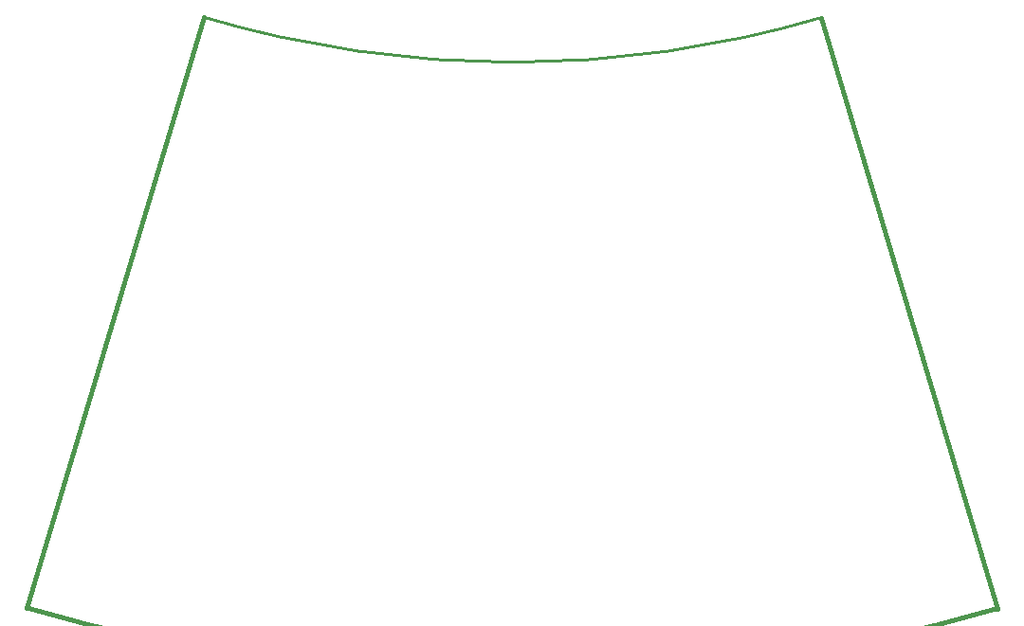
<source format=gko>
%FSLAX25Y25*%
%MOIN*%
G70*
G01*
G75*
G04 Layer_Color=16711935*
%ADD10C,0.00605*%
%ADD11R,0.02756X0.03543*%
%ADD12R,0.05000X0.06000*%
%ADD13R,0.06000X0.05000*%
%ADD14R,0.06000X0.06000*%
%ADD15R,0.06496X0.00984*%
%ADD16R,0.06496X0.00984*%
%ADD17R,0.03543X0.02756*%
%ADD18C,0.02000*%
%ADD19R,0.02756X0.01575*%
%ADD20R,0.15000X0.08500*%
%ADD21R,0.01378X0.05512*%
%ADD22R,0.07087X0.06299*%
%ADD23R,0.03347X0.05118*%
%ADD24C,0.00800*%
%ADD25C,0.02000*%
%ADD26C,0.00400*%
%ADD27C,0.00500*%
%ADD28C,0.00425*%
%ADD29C,0.00600*%
%ADD30C,0.03500*%
%ADD31R,0.05200X0.05200*%
%ADD32C,0.05200*%
%ADD33C,0.13000*%
%ADD34C,0.03937*%
G04:AMPARAMS|DCode=35|XSize=78.74mil|YSize=78.74mil|CornerRadius=19.69mil|HoleSize=0mil|Usage=FLASHONLY|Rotation=0.000|XOffset=0mil|YOffset=0mil|HoleType=Round|Shape=RoundedRectangle|*
%AMROUNDEDRECTD35*
21,1,0.07874,0.03937,0,0,0.0*
21,1,0.03937,0.07874,0,0,0.0*
1,1,0.03937,0.01969,-0.01969*
1,1,0.03937,-0.01969,-0.01969*
1,1,0.03937,-0.01969,0.01969*
1,1,0.03937,0.01969,0.01969*
%
%ADD35ROUNDEDRECTD35*%
%ADD36R,0.03937X0.03937*%
%ADD37R,0.02000X0.02000*%
%ADD38R,0.05200X0.05200*%
%ADD39R,0.03740X0.02362*%
%ADD40C,0.04000*%
%ADD41P,0.02165X8X22.5*%
%ADD42C,0.03000*%
%ADD43R,0.02362X0.03740*%
%ADD44C,0.05000*%
%ADD45C,0.07400*%
%ADD46C,0.05906*%
%ADD47P,0.08352X4X298.0*%
%ADD48C,0.14000*%
%ADD49P,0.08352X4X152.0*%
%ADD50R,0.05906X0.05906*%
%ADD51C,0.02200*%
%ADD52C,0.01800*%
%ADD53C,0.04000*%
%ADD54C,0.04200*%
%ADD55C,0.02800*%
%ADD56C,0.05800*%
G04:AMPARAMS|DCode=57|XSize=68mil|YSize=68mil|CornerRadius=0mil|HoleSize=0mil|Usage=FLASHONLY|Rotation=0.000|XOffset=0mil|YOffset=0mil|HoleType=Round|Shape=Relief|Width=10mil|Gap=10mil|Entries=4|*
%AMTHD57*
7,0,0,0.06800,0.04800,0.01000,45*
%
%ADD57THD57*%
%ADD58C,0.11600*%
%ADD59C,0.04913*%
%ADD60C,0.07315*%
G04:AMPARAMS|DCode=61|XSize=20mil|YSize=20mil|CornerRadius=0mil|HoleSize=0mil|Usage=FLASHONLY|Rotation=0.000|XOffset=0mil|YOffset=0mil|HoleType=Round|Shape=Relief|Width=4mil|Gap=3mil|Entries=4|*
%AMTHD61*
7,0,0,0.02000,0.01400,0.00400,45*
%
%ADD61THD61*%
G04:AMPARAMS|DCode=62|XSize=40mil|YSize=40mil|CornerRadius=0mil|HoleSize=0mil|Usage=FLASHONLY|Rotation=0.000|XOffset=0mil|YOffset=0mil|HoleType=Round|Shape=Relief|Width=6mil|Gap=8mil|Entries=4|*
%AMTHD62*
7,0,0,0.04000,0.02400,0.00600,45*
%
%ADD62THD62*%
G04:AMPARAMS|DCode=63|XSize=52mil|YSize=52mil|CornerRadius=0mil|HoleSize=0mil|Usage=FLASHONLY|Rotation=0.000|XOffset=0mil|YOffset=0mil|HoleType=Round|Shape=Relief|Width=6mil|Gap=8mil|Entries=4|*
%AMTHD63*
7,0,0,0.05200,0.03600,0.00600,45*
%
%ADD63THD63*%
%ADD64C,0.04500*%
%ADD65C,0.08200*%
%ADD66C,0.05500*%
%ADD67C,0.14800*%
%ADD68C,0.05543*%
%ADD69C,0.03200*%
%ADD70C,0.00480*%
%ADD71C,0.00390*%
%ADD72R,0.07874X0.08661*%
%ADD73R,0.06000X0.06000*%
%ADD74C,0.02500*%
%ADD75C,0.01500*%
G04:AMPARAMS|DCode=76|XSize=98mil|YSize=98mil|CornerRadius=0mil|HoleSize=0mil|Usage=FLASHONLY|Rotation=0.000|XOffset=0mil|YOffset=0mil|HoleType=Round|Shape=Relief|Width=10mil|Gap=10mil|Entries=4|*
%AMTHD76*
7,0,0,0.09800,0.07800,0.01000,45*
%
%ADD76THD76*%
%ADD77R,0.09252X0.12205*%
%ADD78R,0.06299X0.06693*%
%ADD79R,0.06299X0.06693*%
%ADD80R,0.07874X0.08661*%
%ADD81C,0.01000*%
%ADD82C,0.00375*%
%ADD83R,0.02000X0.01000*%
%ADD84R,0.07000X0.19000*%
%ADD85R,0.01000X0.13760*%
%ADD86R,0.05000X0.14260*%
%ADD87R,0.02107X0.03100*%
%ADD88R,0.06000X0.02760*%
%ADD89R,0.00500X0.01500*%
%ADD90R,0.01500X0.03000*%
%ADD91R,0.07500X0.26000*%
%ADD92R,0.02362X0.03740*%
%ADD93R,0.02362X0.03740*%
%ADD94R,0.02362X0.03740*%
%ADD95R,0.02362X0.03740*%
%ADD96R,0.03740X0.02362*%
%ADD97R,0.03740X0.02362*%
%ADD98R,0.06000X0.03500*%
%ADD99R,0.02000X0.01500*%
%ADD100R,0.05000X0.15000*%
%ADD101R,0.01000X0.14000*%
%ADD102R,0.02000X0.02000*%
%ADD103C,0.00787*%
%ADD104C,0.00984*%
%ADD105C,0.01200*%
%ADD106C,0.00394*%
%ADD107R,0.03156X0.03943*%
%ADD108R,0.05400X0.06400*%
%ADD109R,0.06400X0.05400*%
%ADD110R,0.06400X0.06400*%
%ADD111R,0.06896X0.01384*%
%ADD112R,0.06896X0.01384*%
%ADD113R,0.03943X0.03156*%
%ADD114C,0.02400*%
%ADD115R,0.03156X0.01975*%
%ADD116R,0.15400X0.08900*%
%ADD117R,0.01778X0.05912*%
%ADD118R,0.07487X0.06699*%
%ADD119R,0.03747X0.05518*%
%ADD120C,0.03900*%
%ADD121R,0.05600X0.05600*%
%ADD122C,0.05600*%
%ADD123C,0.04337*%
G04:AMPARAMS|DCode=124|XSize=82.74mil|YSize=82.74mil|CornerRadius=21.69mil|HoleSize=0mil|Usage=FLASHONLY|Rotation=0.000|XOffset=0mil|YOffset=0mil|HoleType=Round|Shape=RoundedRectangle|*
%AMROUNDEDRECTD124*
21,1,0.08274,0.03937,0,0,0.0*
21,1,0.03937,0.08274,0,0,0.0*
1,1,0.04337,0.01969,-0.01969*
1,1,0.04337,-0.01969,-0.01969*
1,1,0.04337,-0.01969,0.01969*
1,1,0.04337,0.01969,0.01969*
%
%ADD124ROUNDEDRECTD124*%
%ADD125R,0.04337X0.04337*%
%ADD126R,0.02400X0.02400*%
%ADD127R,0.05600X0.05600*%
%ADD128R,0.04140X0.02762*%
%ADD129C,0.04400*%
%ADD130P,0.02598X8X22.5*%
%ADD131C,0.03400*%
%ADD132R,0.02762X0.04140*%
%ADD133C,0.05400*%
%ADD134C,0.07800*%
%ADD135C,0.06306*%
%ADD136P,0.08917X4X298.0*%
%ADD137C,0.14400*%
%ADD138P,0.08917X4X152.0*%
%ADD139R,0.06306X0.06306*%
%ADD140C,0.02600*%
%ADD141R,0.08274X0.09061*%
%ADD142R,0.06400X0.06400*%
%ADD143R,0.09652X0.12605*%
%ADD144R,0.06699X0.07093*%
%ADD145R,0.06699X0.07093*%
%ADD146R,0.08274X0.09061*%
%ADD147R,0.02400X0.02400*%
%ADD148C,0.01800*%
D81*
X136873Y342944D02*
G03*
X353621Y342793I108628J364347D01*
G01*
D148*
X74554Y135086D02*
G03*
X415691Y134860I170953J581220D01*
G01*
X74554Y135086D02*
X136873Y342944D01*
X353621Y342793D02*
X415691Y134860D01*
M02*

</source>
